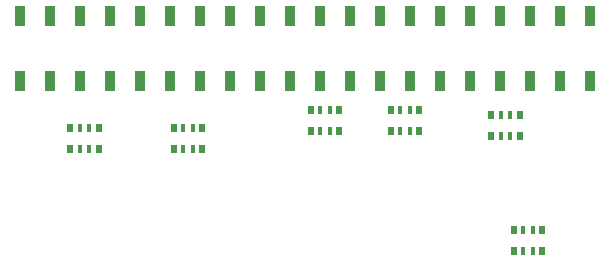
<source format=gbp>
G04 #@! TF.GenerationSoftware,KiCad,Pcbnew,8.0.6*
G04 #@! TF.CreationDate,2024-12-27T23:38:28+01:00*
G04 #@! TF.ProjectId,koyomi-lvds-hat,6b6f796f-6d69-42d6-9c76-64732d686174,rev?*
G04 #@! TF.SameCoordinates,Original*
G04 #@! TF.FileFunction,Paste,Bot*
G04 #@! TF.FilePolarity,Positive*
%FSLAX46Y46*%
G04 Gerber Fmt 4.6, Leading zero omitted, Abs format (unit mm)*
G04 Created by KiCad (PCBNEW 8.0.6) date 2024-12-27 23:38:28*
%MOMM*%
%LPD*%
G01*
G04 APERTURE LIST*
%ADD10R,0.500000X0.800000*%
%ADD11R,0.400000X0.800000*%
%ADD12R,0.889000X1.676400*%
G04 APERTURE END LIST*
D10*
X106050000Y-34500000D03*
D11*
X105250000Y-34500000D03*
X104450000Y-34500000D03*
D10*
X103650000Y-34500000D03*
X103650000Y-32700000D03*
D11*
X104450000Y-32700000D03*
X105250000Y-32700000D03*
D10*
X106050000Y-32700000D03*
X141700000Y-33450000D03*
D11*
X140900000Y-33450000D03*
X140100000Y-33450000D03*
D10*
X139300000Y-33450000D03*
X139300000Y-31650000D03*
D11*
X140100000Y-31650000D03*
X140900000Y-31650000D03*
D10*
X141700000Y-31650000D03*
D12*
X99370000Y-28720000D03*
X99370000Y-23280400D03*
X101910000Y-28720000D03*
X101910000Y-23280400D03*
X104450000Y-28720000D03*
X104450000Y-23280400D03*
X106990000Y-28720000D03*
X106990000Y-23280400D03*
X109530000Y-28720000D03*
X109530000Y-23280400D03*
X112070000Y-28720000D03*
X112070000Y-23280400D03*
X114610000Y-28720000D03*
X114610000Y-23280400D03*
X117150000Y-28720000D03*
X117150000Y-23280400D03*
X119690000Y-28720000D03*
X119690000Y-23280400D03*
X122230000Y-28720000D03*
X122230000Y-23280400D03*
X124770000Y-28720000D03*
X124770000Y-23280400D03*
X127310000Y-28720000D03*
X127310000Y-23280400D03*
X129850000Y-28720000D03*
X129850000Y-23280400D03*
X132390000Y-28720000D03*
X132390000Y-23280400D03*
X134930000Y-28720000D03*
X134930000Y-23280400D03*
X137470000Y-28720000D03*
X137470000Y-23280400D03*
X140010000Y-28720000D03*
X140010000Y-23280400D03*
X142550000Y-28720000D03*
X142550000Y-23280400D03*
X145090000Y-28720000D03*
X145090000Y-23280400D03*
X147630000Y-28720000D03*
X147630000Y-23280400D03*
D10*
X133200000Y-33000000D03*
D11*
X132400000Y-33000000D03*
X131600000Y-33000000D03*
D10*
X130800000Y-33000000D03*
X130800000Y-31200000D03*
D11*
X131600000Y-31200000D03*
X132400000Y-31200000D03*
D10*
X133200000Y-31200000D03*
X114800000Y-34500000D03*
D11*
X114000000Y-34500000D03*
X113200000Y-34500000D03*
D10*
X112400000Y-34500000D03*
X112400000Y-32700000D03*
D11*
X113200000Y-32700000D03*
X114000000Y-32700000D03*
D10*
X114800000Y-32700000D03*
X143600000Y-43150000D03*
D11*
X142800000Y-43150000D03*
X142000000Y-43150000D03*
D10*
X141200000Y-43150000D03*
X141200000Y-41350000D03*
D11*
X142000000Y-41350000D03*
X142800000Y-41350000D03*
D10*
X143600000Y-41350000D03*
X126400000Y-33000000D03*
D11*
X125600000Y-33000000D03*
X124800000Y-33000000D03*
D10*
X124000000Y-33000000D03*
X124000000Y-31200000D03*
D11*
X124800000Y-31200000D03*
X125600000Y-31200000D03*
D10*
X126400000Y-31200000D03*
M02*

</source>
